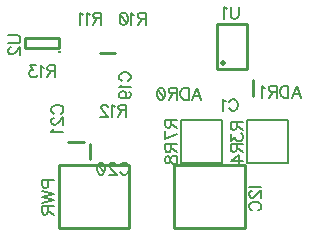
<source format=gbr>
G04 DipTrace 3.2.0.1*
G04 BottomSilk.gbr*
%MOIN*%
G04 #@! TF.FileFunction,Legend,Bot*
G04 #@! TF.Part,Single*
%ADD10C,0.009843*%
%ADD18C,0.005*%
%ADD23C,0.018753*%
%ADD52C,0.005906*%
%ADD53C,0.006176*%
%FSLAX26Y26*%
G04*
G70*
G90*
G75*
G01*
G04 BotSilk*
%LPD*%
X1322654Y849430D2*
D10*
Y900572D1*
X863068Y991369D2*
X811927D1*
X777386Y688050D2*
Y636908D1*
X705665Y696127D2*
X756807D1*
X1058783Y408133D2*
X1295009D1*
Y616804D1*
X1058783D1*
Y408133D1*
X909993Y616794D2*
X673766D1*
Y408123D1*
X909993D1*
Y616794D1*
X1300041Y937512D2*
X1200058D1*
Y1087512D1*
X1300041D1*
Y937512D1*
D23*
X1221921Y959382D3*
X561535Y1008820D2*
D10*
X675713D1*
Y1040320D1*
X561535D1*
Y1008820D1*
X675713Y995041D2*
G02X675713Y995041I1967J0D01*
G01*
X1300046Y768740D2*
D18*
X1437560D1*
Y624975D1*
X1300046D1*
Y768740D1*
X1081273D2*
X1218787D1*
Y624975D1*
X1081273D1*
Y768740D1*
X1241881Y828409D2*
D52*
X1243782Y832211D1*
X1247629Y836058D1*
X1251432Y837959D1*
X1259081D1*
X1262928Y836058D1*
X1266730Y832211D1*
X1268676Y828409D1*
X1270577Y822661D1*
Y813066D1*
X1268676Y807362D1*
X1266730Y803515D1*
X1262928Y799713D1*
X1259081Y797767D1*
X1251432D1*
X1247629Y799713D1*
X1243782Y803515D1*
X1241881Y807362D1*
X1230070Y830266D2*
X1226223Y832211D1*
X1220475Y837915D1*
Y797767D1*
X884090Y897695D2*
X880288Y899597D1*
X876441Y903443D1*
X874540Y907246D1*
Y914895D1*
X876441Y918742D1*
X880288Y922545D1*
X884090Y924490D1*
X889838Y926391D1*
X899433D1*
X905137Y924490D1*
X908984Y922545D1*
X912786Y918742D1*
X914732Y914895D1*
Y907246D1*
X912786Y903443D1*
X908984Y899597D1*
X905137Y897695D1*
X882233Y885884D2*
X880288Y882038D1*
X874584Y876290D1*
X914732D1*
X887937Y839585D2*
X893685Y841531D1*
X897532Y845333D1*
X899433Y851081D1*
Y852983D1*
X897532Y858731D1*
X893685Y862533D1*
X887937Y864479D1*
X886036D1*
X880288Y862533D1*
X876485Y858731D1*
X874584Y852983D1*
Y851081D1*
X876485Y845333D1*
X880288Y841531D1*
X887937Y839585D1*
X897532D1*
X907082Y841531D1*
X912830Y845333D1*
X914732Y851081D1*
Y854884D1*
X912830Y860632D1*
X908984Y862533D1*
X878771Y615886D2*
X880672Y619689D1*
X884519Y623536D1*
X888321Y625437D1*
X895971D1*
X899817Y623536D1*
X903620Y619689D1*
X905566Y615886D1*
X907467Y610138D1*
Y600543D1*
X905566Y594840D1*
X903620Y590993D1*
X899817Y587190D1*
X895971Y585245D1*
X888321D1*
X884519Y587190D1*
X880672Y590993D1*
X878771Y594840D1*
X865014Y615842D2*
Y617743D1*
X863113Y621590D1*
X861212Y623491D1*
X857365Y625393D1*
X849716D1*
X845913Y623491D1*
X844012Y621590D1*
X842066Y617743D1*
Y613941D1*
X844012Y610094D1*
X847814Y604390D1*
X866960Y585245D1*
X840165D1*
X816858Y625393D2*
X822606Y623491D1*
X826453Y617743D1*
X828354Y608193D1*
Y602445D1*
X826453Y592894D1*
X822606Y587146D1*
X816858Y585245D1*
X813056D1*
X807307Y587146D1*
X803505Y592894D1*
X801559Y602445D1*
Y608193D1*
X803505Y617743D1*
X807307Y623491D1*
X813056Y625393D1*
X816858D1*
X803505Y617743D2*
X826453Y592894D1*
X659067Y788912D2*
X655264Y790814D1*
X651417Y794660D1*
X649516Y798463D1*
Y806112D1*
X651417Y809959D1*
X655264Y813762D1*
X659067Y815707D1*
X664815Y817608D1*
X674409D1*
X680113Y815707D1*
X683960Y813762D1*
X687762Y809959D1*
X689708Y806112D1*
Y798463D1*
X687762Y794660D1*
X683960Y790814D1*
X680113Y788912D1*
X659111Y775156D2*
X657210D1*
X653363Y773255D1*
X651462Y771353D1*
X649560Y767507D1*
Y759857D1*
X651461Y756055D1*
X653363Y754154D1*
X657210Y752208D1*
X661012D1*
X664859Y754154D1*
X670563Y757956D1*
X689708Y777101D1*
Y750307D1*
X657209Y738496D2*
X655264Y734649D1*
X649560Y728901D1*
X689708D1*
X1308634Y545807D2*
X1348826D1*
X1318229Y532051D2*
X1316328D1*
X1312481Y530149D1*
X1310580Y528248D1*
X1308678Y524401D1*
Y516752D1*
X1310580Y512949D1*
X1312481Y511048D1*
X1316328Y509103D1*
X1320130D1*
X1323977Y511048D1*
X1329681Y514851D1*
X1348826Y533996D1*
Y507201D1*
X1318185Y466694D2*
X1314382Y468596D1*
X1310535Y472442D1*
X1308634Y476245D1*
Y483894D1*
X1310535Y487741D1*
X1314382Y491544D1*
X1318185Y493489D1*
X1323933Y495390D1*
X1333528D1*
X1339231Y493489D1*
X1343078Y491544D1*
X1346881Y487741D1*
X1348826Y483894D1*
Y476245D1*
X1346881Y472442D1*
X1343078Y468596D1*
X1339231Y466694D1*
X639309Y568284D2*
Y551040D1*
X637408Y545336D1*
X635463Y543390D1*
X631660Y541489D1*
X625912D1*
X622109Y543391D1*
X620164Y545336D1*
X618263Y551040D1*
Y568284D1*
X658455D1*
X618263Y529678D2*
X658455Y520083D1*
X618263Y510533D1*
X658455Y500982D1*
X618263Y491388D1*
X637408Y479577D2*
Y462377D1*
X635463Y456629D1*
X633561Y454683D1*
X629759Y452782D1*
X625912D1*
X622109Y454683D1*
X620164Y456629D1*
X618263Y462377D1*
Y479577D1*
X658455Y479576D1*
X637408Y466179D2*
X658455Y452782D1*
X1266896Y762211D2*
Y745011D1*
X1264951Y739263D1*
X1263050Y737317D1*
X1259247Y735416D1*
X1255400D1*
X1251598Y737317D1*
X1249652Y739263D1*
X1247751Y745011D1*
Y762211D1*
X1287943D1*
X1266896Y748813D2*
X1287943Y735416D1*
X1247795Y719758D2*
Y698756D1*
X1263094Y710208D1*
Y704460D1*
X1264995Y700657D1*
X1266896Y698756D1*
X1272644Y696810D1*
X1276447D1*
X1282195Y698756D1*
X1286042Y702558D1*
X1287943Y708306D1*
Y714054D1*
X1286042Y719758D1*
X1284096Y721660D1*
X1280294Y723605D1*
X1266896Y688153D2*
Y670954D1*
X1264951Y665206D1*
X1263050Y663260D1*
X1259247Y661359D1*
X1255400D1*
X1251598Y663260D1*
X1249652Y665206D1*
X1247751Y670954D1*
Y688153D1*
X1287943D1*
X1266896Y674756D2*
X1287943Y661359D1*
Y630402D2*
X1247795Y630403D1*
X1274546Y649548D1*
Y620852D1*
X1048328Y768461D2*
Y751262D1*
X1046383Y745513D1*
X1044481Y743568D1*
X1040679Y741667D1*
X1036832D1*
X1033029Y743568D1*
X1031084Y745514D1*
X1029183Y751262D1*
Y768461D1*
X1069375D1*
X1048328Y755064D2*
X1069375Y741667D1*
Y722206D2*
X1029227Y703061D1*
Y729856D1*
X1048328Y687181D2*
Y669981D1*
X1046383Y664233D1*
X1044481Y662287D1*
X1040679Y660386D1*
X1036832D1*
X1033029Y662287D1*
X1031084Y664233D1*
X1029183Y669981D1*
Y687181D1*
X1069375D1*
X1048328Y673783D2*
X1069375Y660386D1*
X1029227Y639025D2*
X1031128Y644728D1*
X1034931Y646674D1*
X1038777D1*
X1042580Y644728D1*
X1044525Y640926D1*
X1046427Y633277D1*
X1048328Y627528D1*
X1052175Y623726D1*
X1055977Y621825D1*
X1061725D1*
X1065528Y623726D1*
X1067473Y625627D1*
X1069375Y631375D1*
Y639024D1*
X1067473Y644728D1*
X1065528Y646674D1*
X1061725Y648575D1*
X1055977D1*
X1052175Y646674D1*
X1048328Y642827D1*
X1046427Y637123D1*
X1044525Y629474D1*
X1042580Y625627D1*
X1038777Y623726D1*
X1034931D1*
X1031128Y625627D1*
X1029227Y631375D1*
Y639025D1*
X963987Y1105858D2*
X946787D1*
X941039Y1107804D1*
X939094Y1109705D1*
X937192Y1113508D1*
Y1117354D1*
X939094Y1121157D1*
X941039Y1123102D1*
X946787Y1125004D1*
X963987D1*
Y1084812D1*
X950590Y1105858D2*
X937192Y1084812D1*
X925381Y1117310D2*
X921535Y1119256D1*
X915787Y1124960D1*
Y1084812D1*
X892480Y1124960D2*
X898228Y1123058D1*
X902074Y1117310D1*
X903976Y1107760D1*
Y1102012D1*
X902074Y1092461D1*
X898228Y1086713D1*
X892480Y1084812D1*
X888677D1*
X882929Y1086713D1*
X879126Y1092461D1*
X877181Y1102012D1*
Y1107760D1*
X879126Y1117310D1*
X882929Y1123058D1*
X888677Y1124960D1*
X892480D1*
X879126Y1117310D2*
X902074Y1092461D1*
X815942Y1106344D2*
X798742D1*
X792994Y1108289D1*
X791049Y1110191D1*
X789148Y1113993D1*
Y1117840D1*
X791049Y1121643D1*
X792994Y1123588D1*
X798742Y1125489D1*
X815942D1*
Y1085297D1*
X802545Y1106344D2*
X789148Y1085297D1*
X777337Y1117796D2*
X773490Y1119741D1*
X767742Y1125445D1*
Y1085297D1*
X755931Y1117796D2*
X752084Y1119741D1*
X746336Y1125445D1*
Y1085297D1*
X899755Y800062D2*
X882555D1*
X876807Y802007D1*
X874861Y803909D1*
X872960Y807711D1*
Y811558D1*
X874861Y815360D1*
X876807Y817306D1*
X882555Y819207D1*
X899755D1*
Y779015D1*
X886357Y800062D2*
X872960Y779015D1*
X861149Y811514D2*
X857302Y813459D1*
X851554Y819163D1*
Y779015D1*
X837798Y809612D2*
Y811514D1*
X835897Y815360D1*
X833995Y817262D1*
X830148Y819163D1*
X822499D1*
X818697Y817262D1*
X816795Y815360D1*
X814850Y811514D1*
Y807711D1*
X816795Y803864D1*
X820598Y798161D1*
X839743Y779015D1*
X812949D1*
X662025Y931326D2*
X644825D1*
X639077Y933271D1*
X637132Y935172D1*
X635230Y938975D1*
Y942822D1*
X637132Y946624D1*
X639077Y948570D1*
X644825Y950471D1*
X662025D1*
Y910279D1*
X648628Y931326D2*
X635230Y910279D1*
X623419Y942777D2*
X619573Y944723D1*
X613825Y950427D1*
Y910279D1*
X598167Y950427D2*
X577164D1*
X588616Y935128D1*
X582868D1*
X579066Y933227D1*
X577164Y931326D1*
X575219Y925578D1*
Y921775D1*
X577164Y916027D1*
X580967Y912180D1*
X586715Y910279D1*
X592463D1*
X598167Y912180D1*
X600068Y914126D1*
X602014Y917928D1*
X1274150Y1145955D2*
Y1117259D1*
X1272249Y1111511D1*
X1268402Y1107709D1*
X1262654Y1105763D1*
X1258852D1*
X1253103Y1107709D1*
X1249257Y1111511D1*
X1247355Y1117259D1*
Y1145955D1*
X1235544Y1138262D2*
X1231698Y1140207D1*
X1225950Y1145911D1*
Y1105763D1*
X505891Y1050520D2*
X534587D1*
X540335Y1048619D1*
X544138Y1044772D1*
X546083Y1039024D1*
Y1035222D1*
X544138Y1029474D1*
X540335Y1025627D1*
X534587Y1023726D1*
X505891D1*
X515486Y1009969D2*
X513585D1*
X509738Y1008068D1*
X507837Y1006167D1*
X505936Y1002320D1*
Y994671D1*
X507837Y990868D1*
X509738Y988967D1*
X513585Y987021D1*
X517387D1*
X521234Y988967D1*
X526938Y992769D1*
X546083Y1011915D1*
Y985120D1*
X1451909Y841463D2*
D53*
X1467252Y881655D1*
X1482550Y841463D1*
X1476802Y854860D2*
X1457657D1*
X1439557Y881655D2*
Y841463D1*
X1426160D1*
X1420412Y843408D1*
X1416565Y847211D1*
X1414664Y851058D1*
X1412763Y856761D1*
Y866356D1*
X1414664Y872104D1*
X1416565Y875907D1*
X1420412Y879754D1*
X1426160Y881655D1*
X1439557D1*
X1400411Y862509D2*
X1383212D1*
X1377463Y864455D1*
X1375518Y866356D1*
X1373617Y870159D1*
Y874006D1*
X1375518Y877808D1*
X1377463Y879754D1*
X1383212Y881655D1*
X1400411D1*
Y841463D1*
X1387014Y862509D2*
X1373617Y841463D1*
X1361265Y873961D2*
X1357419Y875907D1*
X1351671Y881611D1*
Y841463D1*
X1119072Y835212D2*
X1134415Y875404D1*
X1149713Y835212D1*
X1143965Y848610D2*
X1124820D1*
X1106721Y875404D2*
Y835212D1*
X1093323D1*
X1087575Y837158D1*
X1083728Y840960D1*
X1081827Y844807D1*
X1079926Y850511D1*
Y860106D1*
X1081827Y865854D1*
X1083728Y869656D1*
X1087575Y873503D1*
X1093323Y875404D1*
X1106721D1*
X1067575Y856259D2*
X1050375D1*
X1044627Y858204D1*
X1042681Y860106D1*
X1040780Y863908D1*
Y867755D1*
X1042681Y871557D1*
X1044627Y873503D1*
X1050375Y875404D1*
X1067575D1*
Y835212D1*
X1054177Y856259D2*
X1040780Y835212D1*
X1016932Y875360D2*
X1022680Y873459D1*
X1026527Y867711D1*
X1028428Y858160D1*
Y852412D1*
X1026527Y842861D1*
X1022680Y837113D1*
X1016932Y835212D1*
X1013130D1*
X1007382Y837113D1*
X1003579Y842861D1*
X1001634Y852412D1*
Y858160D1*
X1003579Y867711D1*
X1007382Y873459D1*
X1013130Y875360D1*
X1016932D1*
X1003579Y867711D2*
X1026527Y842861D1*
M02*

</source>
